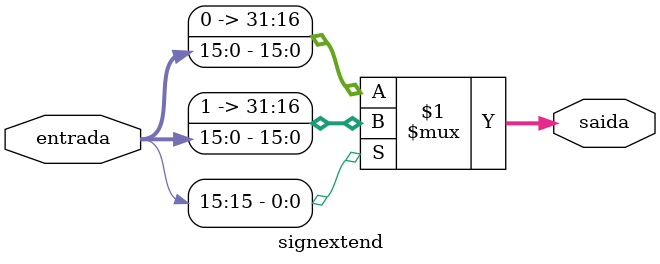
<source format=sv>
module signextend(
input wire [15:0] entrada, // instruction 15:0
output wire [31:0] saida
);

assign saida = (entrada[15]) ? {16'b1111111111111111, entrada} : {16'b0, entrada};

endmodule
</source>
